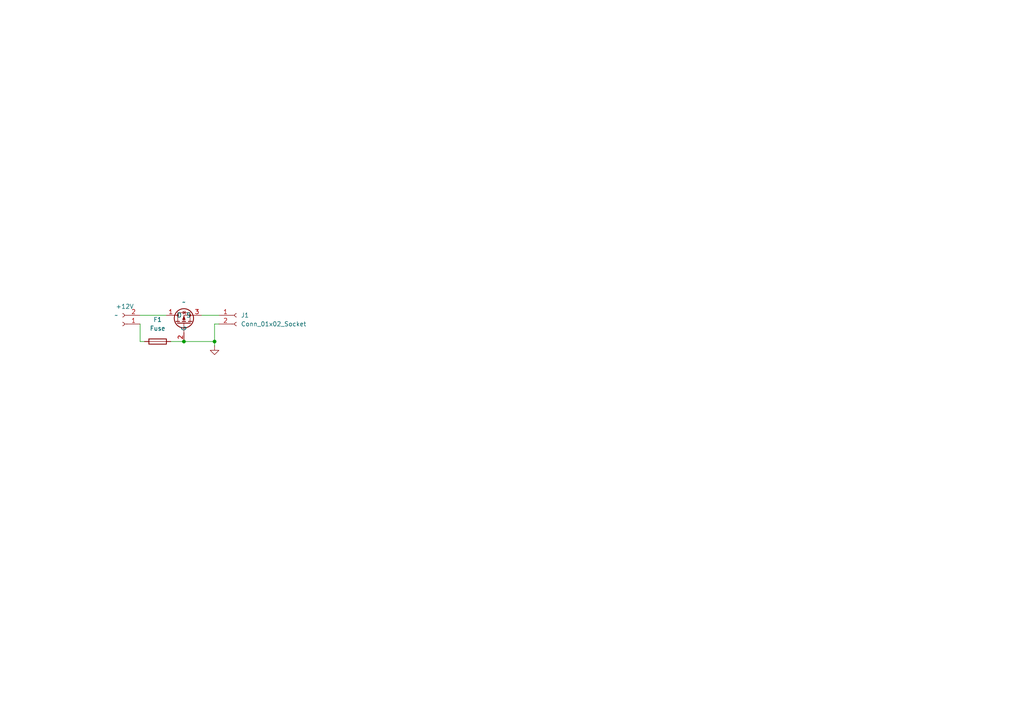
<source format=kicad_sch>
(kicad_sch (version 20250114) (generator "eeschema") (generator_version "9.0")
  (paper "A4")
  (lib_symbols
    (symbol "Connector:Conn_01x02_Socket" (pin_names (offset 1.016) (hide yes))
      (property "Reference" "J" (at 0 2.54 0))
      (property "Value" "Conn_01x02_Socket" (at 0 -5.08 0))
      (symbol "Conn_01x02_Socket_1_1"
        (polyline (pts (xy -1.27 0) (xy -0.508 0)) (stroke (width 0.1524)))
        (polyline (pts (xy -1.27 -2.54) (xy -0.508 -2.54)) (stroke (width 0.1524)))
        (arc (start 0 -0.508) (mid -0.5058 0) (end 0 0.508) (stroke (width 0.1524)))
        (arc (start 0 -3.048) (mid -0.5058 -2.54) (end 0 -2.032) (stroke (width 0.1524)))
        (pin passive line (at -5.08 0 0) (length 3.81) (name "Pin_1") (number "1"))
        (pin passive line (at -5.08 -2.54 0) (length 3.81) (name "Pin_2") (number "2"))
      )
    )
    (symbol "Device:Fuse" (pin_numbers (hide yes)) (pin_names (offset 0))
      (property "Reference" "F" (at 2.032 0 90))
      (property "Value" "Fuse" (at -1.905 0 90))
      (symbol "Fuse_0_1"
        (rectangle (start -0.762 -2.54) (end 0.762 2.54) (stroke (width 0.254)))
        (polyline (pts (xy 0 2.54) (xy 0 -2.54)))
      )
      (symbol "Fuse_1_1"
        (pin passive line (at 0 3.81 270) (length 1.27) (name "~") (number "1"))
        (pin passive line (at 0 -3.81 90) (length 1.27) (name "~") (number "2"))
      )
    )
    (symbol "New_Library:AOD4407"
      (symbol "AOD4407_0_1"
        (polyline (pts (xy -2.54 -1.27) (xy 0 -1.27) (xy 0 0.508)))
        (circle (center -1.778 -1.27) (radius 0.254) (fill (type outline)))
        (polyline (pts (xy -1.27 0.508) (xy -2.286 0.508)) (stroke (width 0.254)))
        (polyline (pts (xy -0.508 -1.524) (xy -0.381 -1.651) (xy -0.381 -2.413) (xy -0.254 -2.54)))
        (polyline (pts (xy -0.381 -2.032) (xy 0.254 -1.651) (xy 0.254 -2.413) (xy -0.381 -2.032)))
        (polyline (pts (xy 0 1.016) (xy 0 3.81)))
        (circle (center 0 -0.381) (radius 2.794) (stroke (width 0.254)))
        (polyline (pts (xy 0 -1.016) (xy 0.381 0) (xy -0.381 0) (xy 0 -1.016)) (fill (type outline)))
        (polyline (pts (xy 0.508 0.508) (xy -0.508 0.508)) (stroke (width 0.254)))
        (polyline (pts (xy 1.778 0.508) (xy 1.778 -2.032) (xy -1.778 -2.032) (xy -1.778 0.508)))
        (circle (center 1.778 -1.27) (radius 0.254) (fill (type outline)))
        (polyline (pts (xy 1.905 1.016) (xy -1.905 1.016)) (stroke (width 0.254)))
        (polyline (pts (xy 2.286 0.508) (xy 1.27 0.508)) (stroke (width 0.254)))
        (polyline (pts (xy 2.54 -1.27) (xy 1.778 -1.27)))
      )
      (symbol "AOD4407_1_1"
        (pin passive line (at -5.08 -1.27 0) (length 2.54) (name "S") (number "3"))
        (pin input line (at 0 6.35 270) (length 2.54) (name "G") (number "2"))
        (pin passive line (at 5.08 -1.27 180) (length 2.54) (name "D") (number "1"))
      )
    )
    (symbol "power:GND" (power) (pin_numbers (hide yes)) (pin_names (offset 0) (hide yes))
      (property "Value" "GND" (at 0 -3.81 0))
      (symbol "GND_0_1"
        (polyline (pts (xy 0 0) (xy 0 -1.27) (xy 1.27 -1.27) (xy 0 -2.54) (xy -1.27 -1.27) (xy 0 -1.27)))
      )
      (symbol "GND_1_1"
        (pin power_in line (at 0 0 270) (length 0) (name "~") (number "1"))
      )
    )
  )
  (junction (at 62.23 99.06))
  (junction (at 53.34 99.06))
  (wire (pts (xy 40.64 91.44) (xy 48.26 91.44)))
  (wire (pts (xy 53.34 99.06) (xy 62.23 99.06)))
  (wire (pts (xy 40.64 93.98) (xy 40.64 99.06)))
  (wire (pts (xy 58.42 91.44) (xy 63.5 91.44)))
  (wire (pts (xy 49.53 99.06) (xy 53.34 99.06)))
  (wire (pts (xy 62.23 99.06) (xy 62.23 100.33)))
  (wire (pts (xy 62.23 93.98) (xy 63.5 93.98)))
  (wire (pts (xy 62.23 93.98) (xy 62.23 99.06)))
  (wire (pts (xy 40.64 99.06) (xy 41.91 99.06)))
  (symbol (lib_id "Connector:Conn_01x02_Socket") (at 35.56 93.98 180) (unit 1)
    (property "Reference" "+12V" (at 36.195 88.9 0))
    (property "Value" "~" (at 34.29 91.4401 0) (effects (justify left)))
    (property "Footprint" "Connector_JST:JST_EH_B2B-EH-A_1x02_P2.50mm_Vertical" (effects (hide yes)))
    (property "Description" "Generic connector, single row, 01x02, script generated" (effects (hide yes)))
  )
  (symbol (lib_id "New_Library:AOD4407") (at 53.34 92.71 180) (unit 1)
    (property "Reference" "U1" (effects (hide yes)))
    (property "Value" "~" (at 53.34 87.63 0))
    (property "Footprint" "Library:SOIC-8 (AOD)" (effects (hide yes)))
  )
  (symbol (lib_id "Connector:Conn_01x02_Socket") (at 68.58 91.44 0) (unit 1)
    (property "Reference" "J1" (at 69.85 91.4399 0) (effects (justify left)))
    (property "Value" "Conn_01x02_Socket" (at 69.85 93.9799 0) (effects (justify left)))
    (property "Footprint" "Connector_JST:JST_EH_B2B-EH-A_1x02_P2.50mm_Vertical" (effects (hide yes)))
    (property "Description" "Generic connector, single row, 01x02, script generated" (effects (hide yes)))
  )
  (symbol (lib_id "power:GND") (at 62.23 100.33 0) (unit 1)
    (property "Reference" "#PWR01" (effects (hide yes)))
    (property "Value" "GND" (effects (hide yes)))
    (property "Description" "Power symbol creates a global label with name \"GND\" , ground" (effects (hide yes)))
  )
  (symbol (lib_id "Device:Fuse") (at 45.72 99.06 90) (unit 1)
    (property "Reference" "F1" (at 45.72 92.71 90))
    (property "Value" "Fuse" (at 45.72 95.25 90))
    (property "Footprint" "Fuse:Fuseholder_Clip-5x20mm_Bel_FC-203-22_Lateral_P17.80x5.00mm_D1.17mm_Horizontal" (effects (hide yes)))
    (property "Description" "Fuse" (effects (hide yes)))
  )
)
</source>
